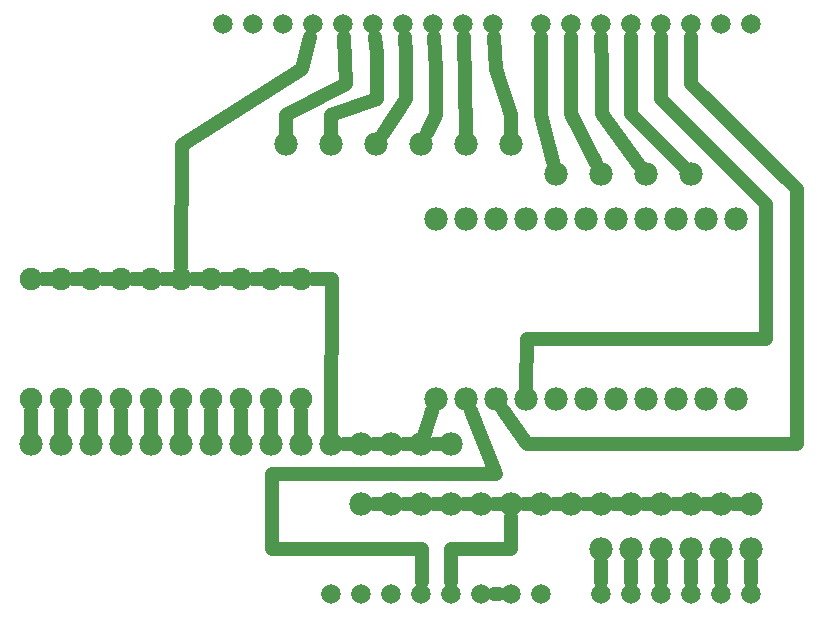
<source format=gbl>
G04 MADE WITH FRITZING*
G04 WWW.FRITZING.ORG*
G04 DOUBLE SIDED*
G04 HOLES PLATED*
G04 CONTOUR ON CENTER OF CONTOUR VECTOR*
%ASAXBY*%
%FSLAX23Y23*%
%MOIN*%
%OFA0B0*%
%SFA1.0B1.0*%
%ADD10C,0.075000*%
%ADD11C,0.078000*%
%ADD12C,0.065278*%
%ADD13C,0.048000*%
%LNCOPPER0*%
G90*
G70*
G54D10*
X1009Y1151D03*
X1009Y751D03*
G54D11*
X959Y1601D03*
X2509Y251D03*
X2409Y251D03*
G54D10*
X609Y1151D03*
X609Y751D03*
X909Y1151D03*
X909Y751D03*
X809Y1151D03*
X809Y751D03*
X709Y1151D03*
X709Y751D03*
X509Y1151D03*
X509Y751D03*
X409Y1151D03*
X409Y751D03*
X309Y1151D03*
X309Y751D03*
X209Y1151D03*
X209Y751D03*
X109Y1151D03*
X109Y751D03*
G54D11*
X2309Y251D03*
X2209Y251D03*
X2109Y251D03*
X2009Y251D03*
X1109Y1601D03*
X1259Y1601D03*
X1409Y1601D03*
X1559Y1601D03*
X1709Y1601D03*
X1859Y1501D03*
X2009Y1501D03*
X2159Y1501D03*
X2309Y1501D03*
X109Y601D03*
X209Y601D03*
X309Y601D03*
X409Y601D03*
X509Y601D03*
X609Y601D03*
X709Y601D03*
X809Y601D03*
X909Y601D03*
X1009Y601D03*
X1109Y601D03*
X1209Y601D03*
X1309Y601D03*
X1409Y601D03*
X1509Y601D03*
X2509Y401D03*
X2409Y401D03*
X2309Y401D03*
X2209Y401D03*
X2109Y401D03*
X2009Y401D03*
X1909Y401D03*
X1809Y401D03*
X1709Y401D03*
X1609Y401D03*
X1509Y401D03*
X1409Y401D03*
X1309Y401D03*
X1209Y401D03*
X2459Y1351D03*
X2359Y1351D03*
X2259Y1351D03*
X2159Y1351D03*
X2059Y1351D03*
X1959Y1351D03*
X1859Y1351D03*
X1759Y1351D03*
X1659Y1351D03*
X1559Y1351D03*
X1459Y1351D03*
X1459Y751D03*
X1559Y751D03*
X1659Y751D03*
X1759Y751D03*
X1859Y751D03*
X1959Y751D03*
X2059Y751D03*
X2159Y751D03*
X2259Y751D03*
X2359Y751D03*
X2459Y751D03*
G54D12*
X2109Y101D03*
X2209Y101D03*
X2309Y101D03*
X2409Y101D03*
X2509Y101D03*
X1649Y2001D03*
X1549Y2001D03*
X1449Y2001D03*
X1349Y2001D03*
X1249Y2001D03*
X1149Y2001D03*
X1049Y2001D03*
X949Y2001D03*
X849Y2001D03*
X749Y2001D03*
X2509Y2001D03*
X2409Y2001D03*
X2309Y2001D03*
X2209Y2001D03*
X2109Y2001D03*
X2009Y2001D03*
X1909Y2001D03*
X1809Y2001D03*
X1209Y101D03*
X1109Y101D03*
X1309Y101D03*
X1409Y101D03*
X1509Y101D03*
X1609Y101D03*
X1709Y101D03*
X1809Y101D03*
X2009Y101D03*
G54D13*
X1468Y601D02*
X1451Y601D01*
D02*
X509Y712D02*
X509Y642D01*
D02*
X209Y712D02*
X209Y642D01*
D02*
X709Y712D02*
X709Y642D01*
D02*
X109Y642D02*
X109Y712D01*
D02*
X409Y712D02*
X409Y642D01*
D02*
X609Y712D02*
X609Y642D01*
D02*
X809Y712D02*
X809Y642D01*
D02*
X309Y712D02*
X309Y642D01*
D02*
X909Y712D02*
X909Y642D01*
D02*
X1410Y251D02*
X1410Y144D01*
D02*
X910Y251D02*
X1410Y251D01*
D02*
X910Y503D02*
X910Y251D01*
D02*
X1658Y502D02*
X910Y503D01*
D02*
X1575Y713D02*
X1658Y502D01*
D02*
X959Y1700D02*
X959Y1642D01*
D02*
X1158Y1801D02*
X959Y1700D01*
D02*
X1151Y1959D02*
X1158Y1801D01*
D02*
X611Y1599D02*
X1011Y1851D01*
D02*
X1011Y1851D02*
X1039Y1960D01*
D02*
X609Y1191D02*
X611Y1599D01*
D02*
X2409Y144D02*
X2409Y210D01*
D02*
X2509Y144D02*
X2509Y210D01*
D02*
X949Y1151D02*
X970Y1151D01*
D02*
X1009Y642D02*
X1009Y712D01*
D02*
X1110Y1153D02*
X1049Y1152D01*
D02*
X1109Y642D02*
X1110Y1153D01*
D02*
X1446Y712D02*
X1422Y640D01*
D02*
X1268Y601D02*
X1251Y601D01*
D02*
X1168Y601D02*
X1151Y601D01*
D02*
X1368Y601D02*
X1351Y601D01*
D02*
X1468Y401D02*
X1451Y401D01*
D02*
X1368Y401D02*
X1351Y401D01*
D02*
X1268Y401D02*
X1251Y401D01*
D02*
X2108Y1701D02*
X2109Y1959D01*
D02*
X2280Y1530D02*
X2108Y1701D01*
D02*
X2010Y1852D02*
X2009Y1959D01*
D02*
X2010Y1701D02*
X2010Y1852D01*
D02*
X2135Y1534D02*
X2010Y1701D01*
D02*
X1908Y1852D02*
X1909Y1959D01*
D02*
X1908Y1701D02*
X1908Y1852D01*
D02*
X1991Y1538D02*
X1908Y1701D01*
D02*
X1809Y1852D02*
X1809Y1959D01*
D02*
X1809Y1700D02*
X1809Y1852D01*
D02*
X1849Y1541D02*
X1809Y1700D01*
D02*
X1658Y1852D02*
X1652Y1959D01*
D02*
X1708Y1700D02*
X1658Y1852D01*
D02*
X1709Y1642D02*
X1708Y1700D01*
D02*
X1558Y1642D02*
X1550Y1959D01*
D02*
X1458Y1852D02*
X1452Y1959D01*
D02*
X1459Y1700D02*
X1458Y1852D01*
D02*
X1428Y1638D02*
X1459Y1700D01*
D02*
X1359Y1902D02*
X1354Y1959D01*
D02*
X1358Y1752D02*
X1359Y1902D01*
D02*
X1282Y1636D02*
X1358Y1752D01*
D02*
X1109Y1700D02*
X1109Y1642D01*
D02*
X1260Y1752D02*
X1109Y1700D01*
D02*
X1261Y1902D02*
X1260Y1752D01*
D02*
X1254Y1959D02*
X1261Y1902D01*
D02*
X1652Y101D02*
X1667Y101D01*
D02*
X1508Y251D02*
X1509Y144D01*
D02*
X1708Y251D02*
X1508Y251D01*
D02*
X1709Y360D02*
X1708Y251D01*
D02*
X2309Y210D02*
X2309Y144D01*
D02*
X2209Y210D02*
X2209Y144D01*
D02*
X149Y1151D02*
X170Y1151D01*
D02*
X249Y1151D02*
X270Y1151D01*
D02*
X349Y1151D02*
X370Y1151D01*
D02*
X449Y1151D02*
X470Y1151D01*
D02*
X549Y1151D02*
X570Y1151D01*
D02*
X649Y1151D02*
X670Y1151D01*
D02*
X749Y1151D02*
X770Y1151D01*
D02*
X849Y1151D02*
X870Y1151D01*
D02*
X1551Y401D02*
X1568Y401D01*
D02*
X1651Y401D02*
X1668Y401D01*
D02*
X1768Y401D02*
X1751Y401D01*
D02*
X1868Y401D02*
X1851Y401D01*
D02*
X1968Y401D02*
X1951Y401D01*
D02*
X2068Y401D02*
X2051Y401D01*
D02*
X2168Y401D02*
X2151Y401D01*
D02*
X2268Y401D02*
X2251Y401D01*
D02*
X2368Y401D02*
X2351Y401D01*
D02*
X2468Y401D02*
X2451Y401D01*
D02*
X2009Y144D02*
X2009Y210D01*
D02*
X2109Y144D02*
X2109Y210D01*
D02*
X2558Y951D02*
X2558Y1402D01*
D02*
X2558Y1402D02*
X2208Y1752D01*
D02*
X2208Y1752D02*
X2209Y1959D01*
D02*
X1760Y952D02*
X2558Y951D01*
D02*
X1759Y792D02*
X1760Y952D01*
D02*
X2660Y601D02*
X2660Y1451D01*
D02*
X2660Y1451D02*
X2308Y1802D01*
D02*
X2308Y1802D02*
X2309Y1959D01*
D02*
X1760Y601D02*
X2660Y601D01*
D02*
X1682Y717D02*
X1760Y601D01*
G04 End of Copper0*
M02*
</source>
